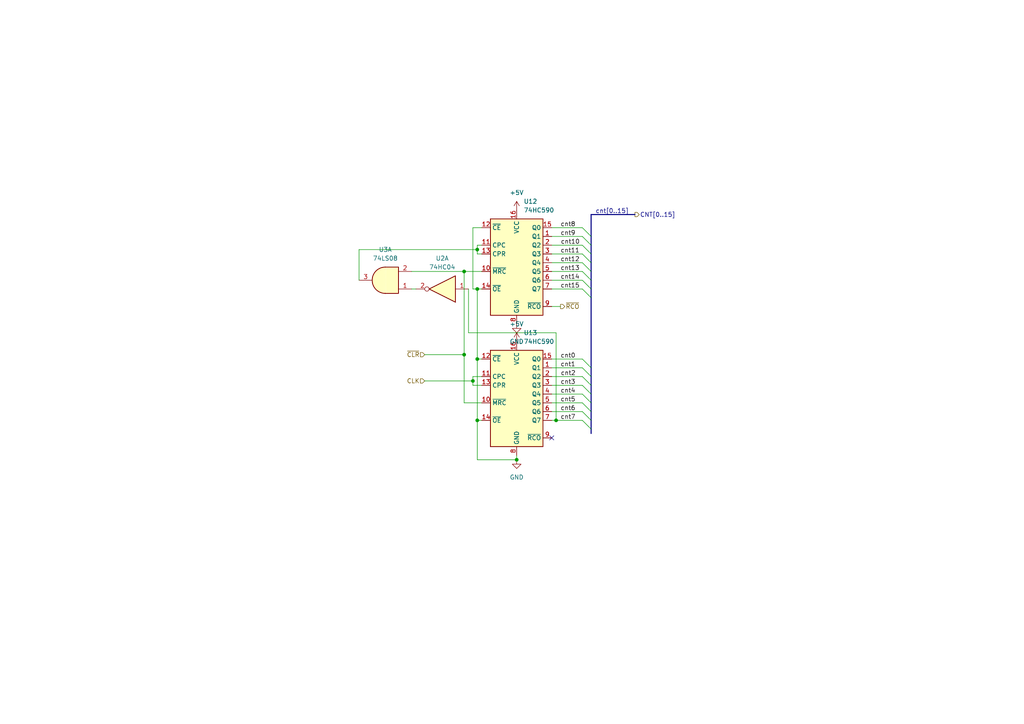
<source format=kicad_sch>
(kicad_sch (version 20230121) (generator eeschema)
  (paper "A4")
  (lib_symbols
    (symbol "74xx:74HC04"
      (property "Reference" "U" (at 0 1.27 0))
      (property "Value" "74HC04" (at 0 -1.27 0))
      (symbol "74HC04_1_0"
        (polyline (pts (xy -3.81 3.81) (xy -3.81 -3.81) (xy 3.81 0) (xy -3.81 3.81)) (stroke (width 0.254)) (fill (type background)))
        (pin input line (at -7.62 0 0) (length 3.81) (name "~") (number "1"))
        (pin output inverted (at 7.62 0 180) (length 3.81) (name "~") (number "2"))
      )
      (symbol "74HC04_2_0"
        (polyline (pts (xy -3.81 3.81) (xy -3.81 -3.81) (xy 3.81 0) (xy -3.81 3.81)) (stroke (width 0.254)) (fill (type background)))
        (pin input line (at -7.62 0 0) (length 3.81) (name "~") (number "3"))
        (pin output inverted (at 7.62 0 180) (length 3.81) (name "~") (number "4"))
      )
      (symbol "74HC04_3_0"
        (polyline (pts (xy -3.81 3.81) (xy -3.81 -3.81) (xy 3.81 0) (xy -3.81 3.81)) (stroke (width 0.254)) (fill (type background)))
        (pin input line (at -7.62 0 0) (length 3.81) (name "~") (number "5"))
        (pin output inverted (at 7.62 0 180) (length 3.81) (name "~") (number "6"))
      )
      (symbol "74HC04_4_0"
        (polyline (pts (xy -3.81 3.81) (xy -3.81 -3.81) (xy 3.81 0) (xy -3.81 3.81)) (stroke (width 0.254)) (fill (type background)))
        (pin output inverted (at 7.62 0 180) (length 3.81) (name "~") (number "8"))
        (pin input line (at -7.62 0 0) (length 3.81) (name "~") (number "9"))
      )
      (symbol "74HC04_5_0"
        (polyline (pts (xy -3.81 3.81) (xy -3.81 -3.81) (xy 3.81 0) (xy -3.81 3.81)) (stroke (width 0.254)) (fill (type background)))
        (pin output inverted (at 7.62 0 180) (length 3.81) (name "~") (number "10"))
        (pin input line (at -7.62 0 0) (length 3.81) (name "~") (number "11"))
      )
      (symbol "74HC04_6_0"
        (polyline (pts (xy -3.81 3.81) (xy -3.81 -3.81) (xy 3.81 0) (xy -3.81 3.81)) (stroke (width 0.254)) (fill (type background)))
        (pin output inverted (at 7.62 0 180) (length 3.81) (name "~") (number "12"))
        (pin input line (at -7.62 0 0) (length 3.81) (name "~") (number "13"))
      )
      (symbol "74HC04_7_0"
        (pin power_in line (at 0 12.7 270) (length 5.08) (name "VCC") (number "14"))
        (pin power_in line (at 0 -12.7 90) (length 5.08) (name "GND") (number "7"))
      )
      (symbol "74HC04_7_1"
        (rectangle (start -5.08 7.62) (end 5.08 -7.62) (stroke (width 0.254)) (fill (type background)))
      )
    )
    (symbol "74xx:74HC590"
      (property "Reference" "U" (at -7.62 16.51 0))
      (property "Value" "74HC590" (at -7.62 -13.97 0))
      (symbol "74HC590_1_0"
        (pin tri_state line (at 10.16 10.16 180) (length 2.54) (name "Q1") (number "1"))
        (pin input line (at -10.16 0 0) (length 2.54) (name "~{MRC}") (number "10"))
        (pin input line (at -10.16 7.62 0) (length 2.54) (name "CPC") (number "11"))
        (pin input line (at -10.16 12.7 0) (length 2.54) (name "~{CE}") (number "12"))
        (pin input line (at -10.16 5.08 0) (length 2.54) (name "CPR") (number "13"))
        (pin input line (at -10.16 -5.08 0) (length 2.54) (name "~{OE}") (number "14"))
        (pin tri_state line (at 10.16 12.7 180) (length 2.54) (name "Q0") (number "15"))
        (pin power_in line (at 0 17.78 270) (length 2.54) (name "VCC") (number "16"))
        (pin tri_state line (at 10.16 7.62 180) (length 2.54) (name "Q2") (number "2"))
        (pin tri_state line (at 10.16 5.08 180) (length 2.54) (name "Q3") (number "3"))
        (pin tri_state line (at 10.16 2.54 180) (length 2.54) (name "Q4") (number "4"))
        (pin tri_state line (at 10.16 0 180) (length 2.54) (name "Q5") (number "5"))
        (pin tri_state line (at 10.16 -2.54 180) (length 2.54) (name "Q6") (number "6"))
        (pin tri_state line (at 10.16 -5.08 180) (length 2.54) (name "Q7") (number "7"))
        (pin power_in line (at 0 -15.24 90) (length 2.54) (name "GND") (number "8"))
        (pin output line (at 10.16 -10.16 180) (length 2.54) (name "~{RCO}") (number "9"))
      )
      (symbol "74HC590_1_1"
        (rectangle (start -7.62 15.24) (end 7.62 -12.7) (stroke (width 0.254)) (fill (type background)))
      )
    )
    (symbol "74xx:74LS08" (pin_names (offset 1.016))
      (property "Reference" "U" (at 0 1.27 0))
      (property "Value" "74LS08" (at 0 -1.27 0))
      (symbol "74LS08_1_1"
        (arc (start 0 -3.81) (mid 3.7934 0) (end 0 3.81) (stroke (width 0.254)) (fill (type background)))
        (polyline (pts (xy 0 3.81) (xy -3.81 3.81) (xy -3.81 -3.81) (xy 0 -3.81)) (stroke (width 0.254)) (fill (type background)))
        (pin input line (at -7.62 2.54 0) (length 3.81) (name "~") (number "1"))
        (pin input line (at -7.62 -2.54 0) (length 3.81) (name "~") (number "2"))
        (pin output line (at 7.62 0 180) (length 3.81) (name "~") (number "3"))
      )
      (symbol "74LS08_1_2"
        (arc (start -3.81 -3.81) (mid -2.589 0) (end -3.81 3.81) (stroke (width 0.254)))
        (arc (start -0.6096 -3.81) (mid 2.1842 -2.5851) (end 3.81 0) (stroke (width 0.254)) (fill (type background)))
        (polyline (pts (xy -3.81 -3.81) (xy -0.635 -3.81)) (stroke (width 0.254)) (fill (type background)))
        (polyline (pts (xy -3.81 3.81) (xy -0.635 3.81)) (stroke (width 0.254)) (fill (type background)))
        (polyline (pts (xy -0.635 3.81) (xy -3.81 3.81) (xy -3.81 3.81) (xy -3.556 3.4036) (xy -3.0226 2.2606) (xy -2.6924 1.0414) (xy -2.6162 -0.254) (xy -2.7686 -1.4986) (xy -3.175 -2.7178) (xy -3.81 -3.81) (xy -3.81 -3.81) (xy -0.635 -3.81)) (stroke (width -25.4)) (fill (type background)))
        (arc (start 3.81 0) (mid 2.1915 2.5936) (end -0.6096 3.81) (stroke (width 0.254)) (fill (type background)))
        (pin input inverted (at -7.62 2.54 0) (length 4.318) (name "~") (number "1"))
        (pin input inverted (at -7.62 -2.54 0) (length 4.318) (name "~") (number "2"))
        (pin output inverted (at 7.62 0 180) (length 3.81) (name "~") (number "3"))
      )
      (symbol "74LS08_2_1"
        (arc (start 0 -3.81) (mid 3.7934 0) (end 0 3.81) (stroke (width 0.254)) (fill (type background)))
        (polyline (pts (xy 0 3.81) (xy -3.81 3.81) (xy -3.81 -3.81) (xy 0 -3.81)) (stroke (width 0.254)) (fill (type background)))
        (pin input line (at -7.62 2.54 0) (length 3.81) (name "~") (number "4"))
        (pin input line (at -7.62 -2.54 0) (length 3.81) (name "~") (number "5"))
        (pin output line (at 7.62 0 180) (length 3.81) (name "~") (number "6"))
      )
      (symbol "74LS08_2_2"
        (arc (start -3.81 -3.81) (mid -2.589 0) (end -3.81 3.81) (stroke (width 0.254)))
        (arc (start -0.6096 -3.81) (mid 2.1842 -2.5851) (end 3.81 0) (stroke (width 0.254)) (fill (type background)))
        (polyline (pts (xy -3.81 -3.81) (xy -0.635 -3.81)) (stroke (width 0.254)) (fill (type background)))
        (polyline (pts (xy -3.81 3.81) (xy -0.635 3.81)) (stroke (width 0.254)) (fill (type background)))
        (polyline (pts (xy -0.635 3.81) (xy -3.81 3.81) (xy -3.81 3.81) (xy -3.556 3.4036) (xy -3.0226 2.2606) (xy -2.6924 1.0414) (xy -2.6162 -0.254) (xy -2.7686 -1.4986) (xy -3.175 -2.7178) (xy -3.81 -3.81) (xy -3.81 -3.81) (xy -0.635 -3.81)) (stroke (width -25.4)) (fill (type background)))
        (arc (start 3.81 0) (mid 2.1915 2.5936) (end -0.6096 3.81) (stroke (width 0.254)) (fill (type background)))
        (pin input inverted (at -7.62 2.54 0) (length 4.318) (name "~") (number "4"))
        (pin input inverted (at -7.62 -2.54 0) (length 4.318) (name "~") (number "5"))
        (pin output inverted (at 7.62 0 180) (length 3.81) (name "~") (number "6"))
      )
      (symbol "74LS08_3_1"
        (arc (start 0 -3.81) (mid 3.7934 0) (end 0 3.81) (stroke (width 0.254)) (fill (type background)))
        (polyline (pts (xy 0 3.81) (xy -3.81 3.81) (xy -3.81 -3.81) (xy 0 -3.81)) (stroke (width 0.254)) (fill (type background)))
        (pin input line (at -7.62 -2.54 0) (length 3.81) (name "~") (number "10"))
        (pin output line (at 7.62 0 180) (length 3.81) (name "~") (number "8"))
        (pin input line (at -7.62 2.54 0) (length 3.81) (name "~") (number "9"))
      )
      (symbol "74LS08_3_2"
        (arc (start -3.81 -3.81) (mid -2.589 0) (end -3.81 3.81) (stroke (width 0.254)))
        (arc (start -0.6096 -3.81) (mid 2.1842 -2.5851) (end 3.81 0) (stroke (width 0.254)) (fill (type background)))
        (polyline (pts (xy -3.81 -3.81) (xy -0.635 -3.81)) (stroke (width 0.254)) (fill (type background)))
        (polyline (pts (xy -3.81 3.81) (xy -0.635 3.81)) (stroke (width 0.254)) (fill (type background)))
        (polyline (pts (xy -0.635 3.81) (xy -3.81 3.81) (xy -3.81 3.81) (xy -3.556 3.4036) (xy -3.0226 2.2606) (xy -2.6924 1.0414) (xy -2.6162 -0.254) (xy -2.7686 -1.4986) (xy -3.175 -2.7178) (xy -3.81 -3.81) (xy -3.81 -3.81) (xy -0.635 -3.81)) (stroke (width -25.4)) (fill (type background)))
        (arc (start 3.81 0) (mid 2.1915 2.5936) (end -0.6096 3.81) (stroke (width 0.254)) (fill (type background)))
        (pin input inverted (at -7.62 -2.54 0) (length 4.318) (name "~") (number "10"))
        (pin output inverted (at 7.62 0 180) (length 3.81) (name "~") (number "8"))
        (pin input inverted (at -7.62 2.54 0) (length 4.318) (name "~") (number "9"))
      )
      (symbol "74LS08_4_1"
        (arc (start 0 -3.81) (mid 3.7934 0) (end 0 3.81) (stroke (width 0.254)) (fill (type background)))
        (polyline (pts (xy 0 3.81) (xy -3.81 3.81) (xy -3.81 -3.81) (xy 0 -3.81)) (stroke (width 0.254)) (fill (type background)))
        (pin output line (at 7.62 0 180) (length 3.81) (name "~") (number "11"))
        (pin input line (at -7.62 2.54 0) (length 3.81) (name "~") (number "12"))
        (pin input line (at -7.62 -2.54 0) (length 3.81) (name "~") (number "13"))
      )
      (symbol "74LS08_4_2"
        (arc (start -3.81 -3.81) (mid -2.589 0) (end -3.81 3.81) (stroke (width 0.254)))
        (arc (start -0.6096 -3.81) (mid 2.1842 -2.5851) (end 3.81 0) (stroke (width 0.254)) (fill (type background)))
        (polyline (pts (xy -3.81 -3.81) (xy -0.635 -3.81)) (stroke (width 0.254)) (fill (type background)))
        (polyline (pts (xy -3.81 3.81) (xy -0.635 3.81)) (stroke (width 0.254)) (fill (type background)))
        (polyline (pts (xy -0.635 3.81) (xy -3.81 3.81) (xy -3.81 3.81) (xy -3.556 3.4036) (xy -3.0226 2.2606) (xy -2.6924 1.0414) (xy -2.6162 -0.254) (xy -2.7686 -1.4986) (xy -3.175 -2.7178) (xy -3.81 -3.81) (xy -3.81 -3.81) (xy -0.635 -3.81)) (stroke (width -25.4)) (fill (type background)))
        (arc (start 3.81 0) (mid 2.1915 2.5936) (end -0.6096 3.81) (stroke (width 0.254)) (fill (type background)))
        (pin output inverted (at 7.62 0 180) (length 3.81) (name "~") (number "11"))
        (pin input inverted (at -7.62 2.54 0) (length 4.318) (name "~") (number "12"))
        (pin input inverted (at -7.62 -2.54 0) (length 4.318) (name "~") (number "13"))
      )
      (symbol "74LS08_5_0"
        (pin power_in line (at 0 12.7 270) (length 5.08) (name "VCC") (number "14"))
        (pin power_in line (at 0 -12.7 90) (length 5.08) (name "GND") (number "7"))
      )
      (symbol "74LS08_5_1"
        (rectangle (start -5.08 7.62) (end 5.08 -7.62) (stroke (width 0.254)) (fill (type background)))
      )
    )
    (symbol "power:+5V" (power) (pin_names (offset 0))
      (property "Value" "+5V" (at 0 3.556 0))
      (symbol "+5V_0_1"
        (polyline (pts (xy -0.762 1.27) (xy 0 2.54)))
        (polyline (pts (xy 0 0) (xy 0 2.54)))
        (polyline (pts (xy 0 2.54) (xy 0.762 1.27)))
      )
      (symbol "+5V_1_1"
        (pin power_in line (at 0 0 90) (length 0) hide (name "+5V") (number "1"))
      )
    )
    (symbol "power:GND" (power) (pin_names (offset 0))
      (property "Value" "GND" (at 0 -3.81 0))
      (symbol "GND_0_1"
        (polyline (pts (xy 0 0) (xy 0 -1.27) (xy 1.27 -1.27) (xy 0 -2.54) (xy -1.27 -1.27) (xy 0 -1.27)))
      )
      (symbol "GND_1_1"
        (pin power_in line (at 0 0 270) (length 0) hide (name "GND") (number "1"))
      )
    )
  )
  (junction (at 138.43 72.39))
  (junction (at 138.43 83.82))
  (junction (at 134.62 102.87))
  (junction (at 138.43 104.14))
  (junction (at 138.43 121.92))
  (junction (at 161.29 121.92))
  (junction (at 137.16 110.49))
  (junction (at 134.62 78.74))
  (junction (at 149.86 133.35))
  (no_connect (at 160.02 127))
  (bus_entry (at 168.91 109.22) (size 2.54 2.54))
  (bus_entry (at 168.91 78.74) (size 2.54 2.54))
  (bus_entry (at 168.91 116.84) (size 2.54 2.54))
  (bus_entry (at 168.91 81.28) (size 2.54 2.54))
  (bus_entry (at 168.91 76.2) (size 2.54 2.54))
  (bus_entry (at 168.91 73.66) (size 2.54 2.54))
  (bus_entry (at 168.91 71.12) (size 2.54 2.54))
  (bus_entry (at 168.91 121.92) (size 2.54 2.54))
  (bus_entry (at 168.91 119.38) (size 2.54 2.54))
  (bus_entry (at 168.91 106.68) (size 2.54 2.54))
  (bus_entry (at 168.91 104.14) (size 2.54 2.54))
  (bus_entry (at 168.91 66.04) (size 2.54 2.54))
  (bus_entry (at 168.91 68.58) (size 2.54 2.54))
  (bus_entry (at 168.91 83.82) (size 2.54 2.54))
  (bus_entry (at 168.91 114.3) (size 2.54 2.54))
  (bus_entry (at 168.91 111.76) (size 2.54 2.54))
  (bus (pts (xy 171.45 71.12) (xy 171.45 68.58)))
  (wire (pts (xy 149.86 133.35) (xy 138.43 133.35)))
  (wire (pts (xy 160.02 81.28) (xy 168.91 81.28)))
  (wire (pts (xy 134.62 102.87) (xy 134.62 116.84)))
  (wire (pts (xy 137.16 111.76) (xy 137.16 110.49)))
  (wire (pts (xy 134.62 102.87) (xy 134.62 78.74)))
  (bus (pts (xy 171.45 81.28) (xy 171.45 78.74)))
  (wire (pts (xy 138.43 83.82) (xy 137.16 83.82)))
  (wire (pts (xy 160.02 114.3) (xy 168.91 114.3)))
  (wire (pts (xy 137.16 83.82) (xy 137.16 66.04)))
  (wire (pts (xy 160.02 119.38) (xy 168.91 119.38)))
  (bus (pts (xy 171.45 119.38) (xy 171.45 121.92)))
  (wire (pts (xy 138.43 71.12) (xy 139.7 71.12)))
  (wire (pts (xy 138.43 121.92) (xy 139.7 121.92)))
  (wire (pts (xy 160.02 111.76) (xy 168.91 111.76)))
  (wire (pts (xy 138.43 83.82) (xy 139.7 83.82)))
  (wire (pts (xy 137.16 110.49) (xy 137.16 109.22)))
  (wire (pts (xy 134.62 78.74) (xy 139.7 78.74)))
  (bus (pts (xy 171.45 109.22) (xy 171.45 111.76)))
  (bus (pts (xy 171.45 78.74) (xy 171.45 76.2)))
  (wire (pts (xy 138.43 72.39) (xy 138.43 73.66)))
  (wire (pts (xy 160.02 78.74) (xy 168.91 78.74)))
  (wire (pts (xy 123.19 110.49) (xy 137.16 110.49)))
  (wire (pts (xy 138.43 73.66) (xy 139.7 73.66)))
  (wire (pts (xy 160.02 71.12) (xy 168.91 71.12)))
  (wire (pts (xy 119.38 78.74) (xy 134.62 78.74)))
  (bus (pts (xy 171.45 76.2) (xy 171.45 73.66)))
  (wire (pts (xy 119.38 83.82) (xy 120.65 83.82)))
  (bus (pts (xy 171.45 125.73) (xy 171.45 124.46)))
  (wire (pts (xy 160.02 66.04) (xy 168.91 66.04)))
  (wire (pts (xy 161.29 121.92) (xy 168.91 121.92)))
  (wire (pts (xy 160.02 83.82) (xy 168.91 83.82)))
  (bus (pts (xy 171.45 68.58) (xy 171.45 62.23)))
  (bus (pts (xy 171.45 121.92) (xy 171.45 124.46)))
  (wire (pts (xy 138.43 133.35) (xy 138.43 121.92)))
  (wire (pts (xy 138.43 104.14) (xy 139.7 104.14)))
  (wire (pts (xy 160.02 73.66) (xy 168.91 73.66)))
  (wire (pts (xy 160.02 106.68) (xy 168.91 106.68)))
  (wire (pts (xy 134.62 116.84) (xy 139.7 116.84)))
  (wire (pts (xy 138.43 121.92) (xy 138.43 104.14)))
  (wire (pts (xy 160.02 104.14) (xy 168.91 104.14)))
  (bus (pts (xy 171.45 114.3) (xy 171.45 116.84)))
  (bus (pts (xy 171.45 111.76) (xy 171.45 114.3)))
  (wire (pts (xy 123.19 102.87) (xy 134.62 102.87)))
  (wire (pts (xy 160.02 76.2) (xy 168.91 76.2)))
  (wire (pts (xy 137.16 109.22) (xy 139.7 109.22)))
  (wire (pts (xy 104.14 81.28) (xy 104.14 72.39)))
  (bus (pts (xy 171.45 83.82) (xy 171.45 81.28)))
  (bus (pts (xy 171.45 86.36) (xy 171.45 83.82)))
  (wire (pts (xy 149.86 132.08) (xy 149.86 133.35)))
  (wire (pts (xy 135.89 96.52) (xy 161.29 96.52)))
  (wire (pts (xy 160.02 116.84) (xy 168.91 116.84)))
  (wire (pts (xy 138.43 104.14) (xy 138.43 83.82)))
  (bus (pts (xy 171.45 116.84) (xy 171.45 119.38)))
  (wire (pts (xy 135.89 83.82) (xy 135.89 96.52)))
  (wire (pts (xy 139.7 111.76) (xy 137.16 111.76)))
  (wire (pts (xy 160.02 109.22) (xy 168.91 109.22)))
  (bus (pts (xy 171.45 62.23) (xy 184.15 62.23)))
  (wire (pts (xy 138.43 72.39) (xy 138.43 71.12)))
  (bus (pts (xy 171.45 86.36) (xy 171.45 106.68)))
  (wire (pts (xy 104.14 72.39) (xy 138.43 72.39)))
  (wire (pts (xy 160.02 88.9) (xy 162.56 88.9)))
  (wire (pts (xy 160.02 121.92) (xy 161.29 121.92)))
  (bus (pts (xy 171.45 106.68) (xy 171.45 109.22)))
  (wire (pts (xy 161.29 96.52) (xy 161.29 121.92)))
  (wire (pts (xy 137.16 66.04) (xy 139.7 66.04)))
  (bus (pts (xy 171.45 73.66) (xy 171.45 71.12)))
  (wire (pts (xy 160.02 68.58) (xy 168.91 68.58)))
  (label "cnt11" (at 162.56 73.66 0))
  (label "cnt6" (at 162.56 119.38 0))
  (label "cnt13" (at 162.56 78.74 0))
  (label "cnt12" (at 162.56 76.2 0))
  (label "cnt[0..15]" (at 172.72 62.23 0))
  (label "cnt3" (at 162.56 111.76 0))
  (label "cnt4" (at 162.56 114.3 0))
  (label "cnt2" (at 162.6114 109.22 0))
  (label "cnt15" (at 162.56 83.82 0))
  (label "cnt8" (at 162.56 66.04 0))
  (label "cnt7" (at 162.56 121.92 0))
  (label "cnt1" (at 162.56 106.68 0))
  (label "cnt9" (at 162.56 68.58 0))
  (label "cnt5" (at 162.56 116.84 0))
  (label "cnt10" (at 162.6114 71.12 0))
  (label "cnt14" (at 162.56 81.28 0))
  (label "cnt0" (at 162.56 104.14 0))
  (hierarchical_label "CNT[0..15]" (shape output) (at 184.15 62.23 0))
  (hierarchical_label "~{RCO}" (shape output) (at 162.56 88.9 0))
  (hierarchical_label "CLK" (shape input) (at 123.19 110.49 180))
  (hierarchical_label "~{CLR}" (shape input) (at 123.19 102.87 180))
  (symbol (lib_id "power:GND") (at 149.86 93.98 0) (unit 1)
    (property "Reference" "#PWR051" (effects hide))
    (property "Value" "GND" (at 149.86 99.06 0))
    (instances (project "orrery_circuit" (path "" (reference "#PWR051") (unit 1)) (path "" (reference "#PWR057") (unit 1))))
  )
  (symbol (lib_id "power:+5V") (at 149.86 60.96 0) (unit 1)
    (property "Reference" "#PWR050" (effects hide))
    (property "Value" "+5V" (at 149.86 55.88 0))
    (instances (project "orrery_circuit" (path "" (reference "#PWR050") (unit 1)) (path "" (reference "#PWR056") (unit 1))))
  )
  (symbol (lib_id "power:GND") (at 149.86 133.35 0) (unit 1)
    (property "Reference" "#PWR053" (effects hide))
    (property "Value" "GND" (at 149.86 138.43 0))
    (instances (project "orrery_circuit" (path "" (reference "#PWR053") (unit 1)) (path "" (reference "#PWR059") (unit 1))))
  )
  (symbol (lib_id "74xx:74HC590") (at 149.86 116.84 0) (unit 1)
    (property "Reference" "U13" (at 151.8794 96.52 0) (effects (justify left)))
    (property "Value" "74HC590" (at 151.8794 99.06 0) (effects (justify left)))
    (property "Footprint" "Package_SO:TSSOP-16-1EP_4.4x5mm_P0.65mm" (effects hide))
    (property "Datasheet" "https://assets.nexperia.com/documents/data-sheet/74HC590.pdf" (effects hide))
    (instances (project "orrery_circuit" (path "" (reference "U13") (unit 1)) (path "" (reference "U16") (unit 1))))
  )
  (symbol (lib_id "74xx:74HC590") (at 149.86 78.74 0) (unit 1)
    (property "Reference" "U12" (at 151.8794 58.42 0) (effects (justify left)))
    (property "Value" "74HC590" (at 151.8794 60.96 0) (effects (justify left)))
    (property "Footprint" "Package_SO:TSSOP-16-1EP_4.4x5mm_P0.65mm" (effects hide))
    (property "Datasheet" "https://assets.nexperia.com/documents/data-sheet/74HC590.pdf" (effects hide))
    (instances (project "orrery_circuit" (path "" (reference "U12") (unit 1)) (path "" (reference "U15") (unit 1))))
  )
  (symbol (lib_id "74xx:74HC04") (at 128.27 83.82 180) (unit 1)
    (property "Reference" "U2" (at 128.27 74.9301 0))
    (property "Value" "74HC04" (at 128.27 77.4701 0))
    (property "Footprint" "Package_SO:SO-14_5.3x10.2mm_P1.27mm" (effects hide))
    (property "Datasheet" "https://assets.nexperia.com/documents/data-sheet/74HC_HCT04.pdf" (effects hide))
    (instances (project "orrery_circuit" (path "" (reference "U2") (unit 1)) (path "" (reference "U5") (unit 1))))
  )
  (symbol (lib_id "power:+5V") (at 149.86 99.06 0) (unit 1)
    (property "Reference" "#PWR052" (effects hide))
    (property "Value" "+5V" (at 149.86 93.98 0))
    (instances (project "orrery_circuit" (path "" (reference "#PWR052") (unit 1)) (path "" (reference "#PWR058") (unit 1))))
  )
  (symbol (lib_id "74xx:74LS08") (at 111.76 81.28 180) (unit 1)
    (property "Reference" "U3" (at 111.76 72.39 0))
    (property "Value" "74LS08" (at 111.76 74.93 0))
    (property "Footprint" "Package_SO:SO-14_5.3x10.2mm_P1.27mm" (effects hide))
    (property "Datasheet" "http://www.ti.com/lit/gpn/sn74LS08" (effects hide))
    (instances (project "orrery_circuit" (path "" (reference "U3") (unit 1)) (path "" (reference "U11") (unit 1))))
  )
)
</source>
